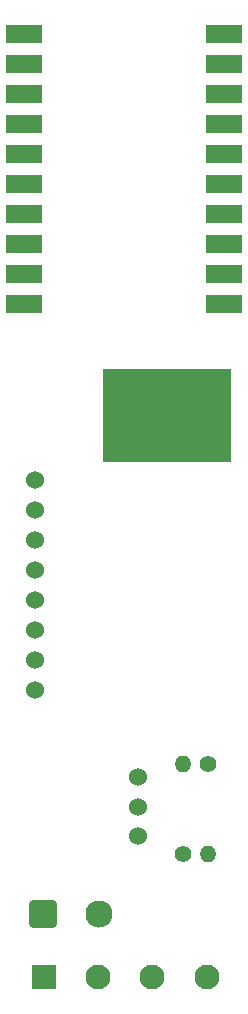
<source format=gbr>
%TF.GenerationSoftware,KiCad,Pcbnew,8.0.8*%
%TF.CreationDate,2025-02-17T15:57:02+09:00*%
%TF.ProjectId,hotdoggu_slimeVR_PCB,686f7464-6f67-4677-955f-736c696d6556,rev?*%
%TF.SameCoordinates,Original*%
%TF.FileFunction,Soldermask,Top*%
%TF.FilePolarity,Negative*%
%FSLAX46Y46*%
G04 Gerber Fmt 4.6, Leading zero omitted, Abs format (unit mm)*
G04 Created by KiCad (PCBNEW 8.0.8) date 2025-02-17 15:57:02*
%MOMM*%
%LPD*%
G01*
G04 APERTURE LIST*
G04 Aperture macros list*
%AMRoundRect*
0 Rectangle with rounded corners*
0 $1 Rounding radius*
0 $2 $3 $4 $5 $6 $7 $8 $9 X,Y pos of 4 corners*
0 Add a 4 corners polygon primitive as box body*
4,1,4,$2,$3,$4,$5,$6,$7,$8,$9,$2,$3,0*
0 Add four circle primitives for the rounded corners*
1,1,$1+$1,$2,$3*
1,1,$1+$1,$4,$5*
1,1,$1+$1,$6,$7*
1,1,$1+$1,$8,$9*
0 Add four rect primitives between the rounded corners*
20,1,$1+$1,$2,$3,$4,$5,0*
20,1,$1+$1,$4,$5,$6,$7,0*
20,1,$1+$1,$6,$7,$8,$9,0*
20,1,$1+$1,$8,$9,$2,$3,0*%
G04 Aperture macros list end*
%ADD10C,0.100000*%
%ADD11R,0.700000X1.524000*%
%ADD12C,1.400000*%
%ADD13O,1.400000X1.400000*%
%ADD14RoundRect,0.250001X-0.899999X-0.899999X0.899999X-0.899999X0.899999X0.899999X-0.899999X0.899999X0*%
%ADD15C,2.300000*%
%ADD16C,1.524000*%
%ADD17RoundRect,0.080000X-1.420000X-0.720000X1.420000X-0.720000X1.420000X0.720000X-1.420000X0.720000X0*%
%ADD18RoundRect,0.250001X-0.799999X-0.799999X0.799999X-0.799999X0.799999X0.799999X-0.799999X0.799999X0*%
%ADD19C,2.100000*%
G04 APERTURE END LIST*
D10*
X153250000Y-75500000D02*
X164000000Y-75500000D01*
X164000000Y-83250000D01*
X153250000Y-83250000D01*
X153250000Y-75500000D01*
G36*
X153250000Y-75500000D02*
G01*
X164000000Y-75500000D01*
X164000000Y-83250000D01*
X153250000Y-83250000D01*
X153250000Y-75500000D01*
G37*
D11*
%TO.C,\u002A1*%
X161050000Y-76250000D03*
X159250000Y-76250000D03*
%TD*%
D12*
%TO.C,R1*%
X162110000Y-108940000D03*
D13*
X162110000Y-116560000D03*
%TD*%
D14*
%TO.C,J2*%
X148108000Y-121666000D03*
D15*
X152908000Y-121666000D03*
%TD*%
D16*
%TO.C,U2*%
X147500000Y-84902000D03*
X147500000Y-87442000D03*
X147500000Y-89982000D03*
X147500000Y-92522000D03*
X147500000Y-95062000D03*
X147500000Y-97602000D03*
X147500000Y-100142000D03*
X147500000Y-102682000D03*
%TD*%
D17*
%TO.C,U1*%
X146500000Y-69960000D03*
X146500000Y-67420000D03*
X146500000Y-64880000D03*
X146500000Y-62340000D03*
X146500000Y-59800000D03*
X146500000Y-57260000D03*
X146500000Y-54720000D03*
X146500000Y-52180000D03*
X146500000Y-49640000D03*
X146500000Y-47100000D03*
X163500000Y-70000000D03*
X163500000Y-67460000D03*
X163500000Y-64920000D03*
X163500000Y-62380000D03*
X163500000Y-59840000D03*
X163500000Y-57300000D03*
X163500000Y-54760000D03*
X163500000Y-52220000D03*
X163500000Y-49680000D03*
X163500000Y-47140000D03*
%TD*%
D18*
%TO.C,J1*%
X148210000Y-127000000D03*
D19*
X152810000Y-127000000D03*
X157410000Y-127000000D03*
X162010000Y-127000000D03*
%TD*%
D16*
%TO.C,SW1*%
X156220000Y-115043000D03*
X156220000Y-112543000D03*
X156220000Y-110043000D03*
%TD*%
D12*
%TO.C,R2*%
X160000000Y-116560000D03*
D13*
X160000000Y-108940000D03*
%TD*%
M02*

</source>
